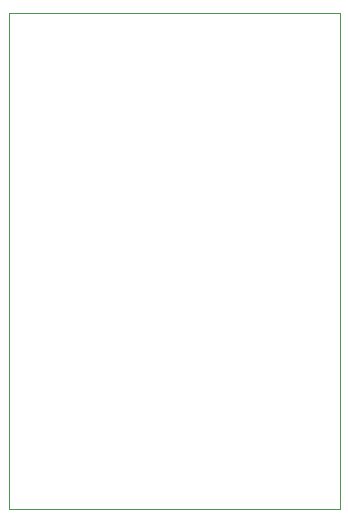
<source format=gbr>
G04 (created by PCBNEW (2013-jul-07)-stable) date Wed 04 Feb 2015 01:06:01 PM EST*
%MOIN*%
G04 Gerber Fmt 3.4, Leading zero omitted, Abs format*
%FSLAX34Y34*%
G01*
G70*
G90*
G04 APERTURE LIST*
%ADD10C,0.00590551*%
%ADD11C,0.00393701*%
G04 APERTURE END LIST*
G54D10*
G54D11*
X24015Y-29921D02*
X24015Y-29527D01*
X35039Y-29921D02*
X24015Y-29921D01*
X35039Y-13385D02*
X35039Y-29921D01*
X24015Y-13385D02*
X35039Y-13385D01*
X24015Y-29527D02*
X24015Y-13385D01*
M02*

</source>
